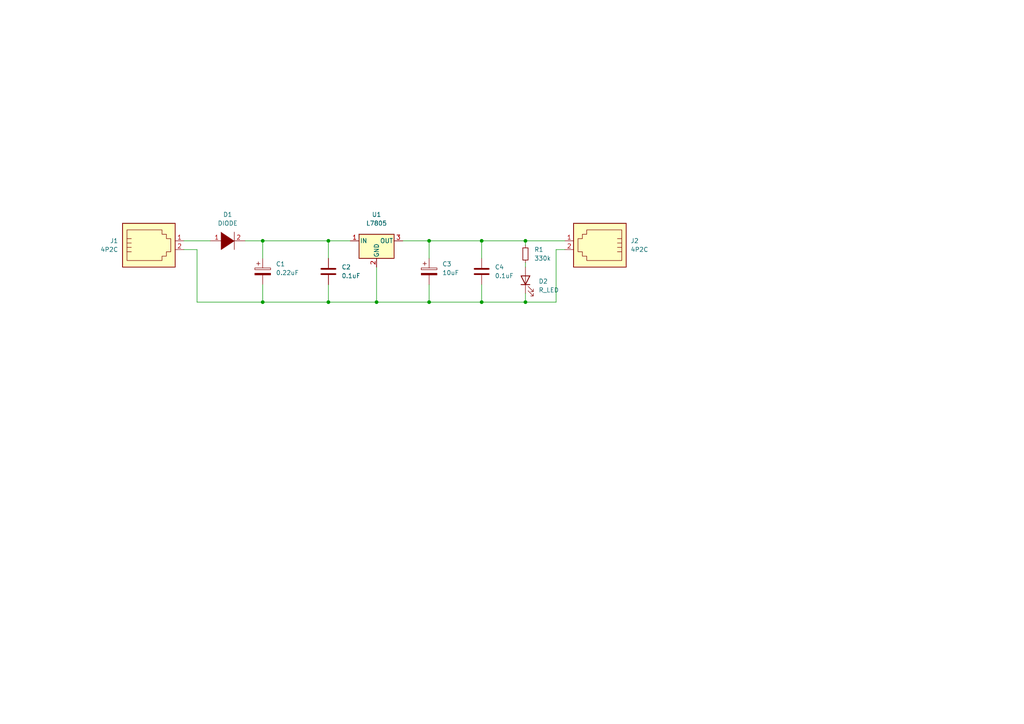
<source format=kicad_sch>
(kicad_sch (version 20211123) (generator eeschema)

  (uuid 9538e4ed-27e6-4c37-b989-9859dc0d49e8)

  (paper "A4")

  (lib_symbols
    (symbol "Connector:4P2C" (pin_names (offset 1.016)) (in_bom yes) (on_board yes)
      (property "Reference" "J" (id 0) (at -5.08 8.89 0)
        (effects (font (size 1.27 1.27)) (justify right))
      )
      (property "Value" "4P2C" (id 1) (at 2.54 8.89 0)
        (effects (font (size 1.27 1.27)) (justify left))
      )
      (property "Footprint" "" (id 2) (at 0 1.27 90)
        (effects (font (size 1.27 1.27)) hide)
      )
      (property "Datasheet" "~" (id 3) (at 0 1.27 90)
        (effects (font (size 1.27 1.27)) hide)
      )
      (property "ki_keywords" "4P2C RJ female connector" (id 4) (at 0 0 0)
        (effects (font (size 1.27 1.27)) hide)
      )
      (property "ki_description" "RJ connector, 4P2C (4 positions 2 connected)" (id 5) (at 0 0 0)
        (effects (font (size 1.27 1.27)) hide)
      )
      (property "ki_fp_filters" "4P2C*" (id 6) (at 0 0 0)
        (effects (font (size 1.27 1.27)) hide)
      )
      (symbol "4P2C_0_1"
        (polyline
          (pts
            (xy -6.35 -0.635)
            (xy -5.08 -0.635)
            (xy -5.08 -0.635)
          )
          (stroke (width 0) (type default) (color 0 0 0 0))
          (fill (type none))
        )
        (polyline
          (pts
            (xy -6.35 0.635)
            (xy -5.08 0.635)
            (xy -5.08 0.635)
          )
          (stroke (width 0) (type default) (color 0 0 0 0))
          (fill (type none))
        )
        (polyline
          (pts
            (xy -6.35 1.905)
            (xy -5.08 1.905)
            (xy -5.08 1.905)
          )
          (stroke (width 0) (type default) (color 0 0 0 0))
          (fill (type none))
        )
        (polyline
          (pts
            (xy -6.35 3.175)
            (xy -5.08 3.175)
            (xy -5.08 3.175)
          )
          (stroke (width 0) (type default) (color 0 0 0 0))
          (fill (type none))
        )
        (polyline
          (pts
            (xy -6.35 -3.175)
            (xy -6.35 5.715)
            (xy -1.27 5.715)
            (xy 3.81 5.715)
            (xy 3.81 4.445)
            (xy 5.08 4.445)
            (xy 5.08 3.175)
            (xy 6.35 3.175)
            (xy 6.35 -0.635)
            (xy 5.08 -0.635)
            (xy 5.08 -1.905)
            (xy 3.81 -1.905)
            (xy 3.81 -3.175)
            (xy -6.35 -3.175)
            (xy -6.35 -3.175)
          )
          (stroke (width 0) (type default) (color 0 0 0 0))
          (fill (type none))
        )
        (rectangle (start 7.62 7.62) (end -7.62 -5.08)
          (stroke (width 0.254) (type default) (color 0 0 0 0))
          (fill (type background))
        )
      )
      (symbol "4P2C_1_1"
        (pin passive line (at 10.16 0 180) (length 2.54)
          (name "~" (effects (font (size 1.27 1.27))))
          (number "1" (effects (font (size 1.27 1.27))))
        )
        (pin passive line (at 10.16 2.54 180) (length 2.54)
          (name "~" (effects (font (size 1.27 1.27))))
          (number "2" (effects (font (size 1.27 1.27))))
        )
      )
    )
    (symbol "Device:C" (pin_numbers hide) (pin_names (offset 0.254)) (in_bom yes) (on_board yes)
      (property "Reference" "C" (id 0) (at 0.635 2.54 0)
        (effects (font (size 1.27 1.27)) (justify left))
      )
      (property "Value" "C" (id 1) (at 0.635 -2.54 0)
        (effects (font (size 1.27 1.27)) (justify left))
      )
      (property "Footprint" "" (id 2) (at 0.9652 -3.81 0)
        (effects (font (size 1.27 1.27)) hide)
      )
      (property "Datasheet" "~" (id 3) (at 0 0 0)
        (effects (font (size 1.27 1.27)) hide)
      )
      (property "ki_keywords" "cap capacitor" (id 4) (at 0 0 0)
        (effects (font (size 1.27 1.27)) hide)
      )
      (property "ki_description" "Unpolarized capacitor" (id 5) (at 0 0 0)
        (effects (font (size 1.27 1.27)) hide)
      )
      (property "ki_fp_filters" "C_*" (id 6) (at 0 0 0)
        (effects (font (size 1.27 1.27)) hide)
      )
      (symbol "C_0_1"
        (polyline
          (pts
            (xy -2.032 -0.762)
            (xy 2.032 -0.762)
          )
          (stroke (width 0.508) (type default) (color 0 0 0 0))
          (fill (type none))
        )
        (polyline
          (pts
            (xy -2.032 0.762)
            (xy 2.032 0.762)
          )
          (stroke (width 0.508) (type default) (color 0 0 0 0))
          (fill (type none))
        )
      )
      (symbol "C_1_1"
        (pin passive line (at 0 3.81 270) (length 2.794)
          (name "~" (effects (font (size 1.27 1.27))))
          (number "1" (effects (font (size 1.27 1.27))))
        )
        (pin passive line (at 0 -3.81 90) (length 2.794)
          (name "~" (effects (font (size 1.27 1.27))))
          (number "2" (effects (font (size 1.27 1.27))))
        )
      )
    )
    (symbol "Device:C_Polarized" (pin_numbers hide) (pin_names (offset 0.254)) (in_bom yes) (on_board yes)
      (property "Reference" "C" (id 0) (at 0.635 2.54 0)
        (effects (font (size 1.27 1.27)) (justify left))
      )
      (property "Value" "C_Polarized" (id 1) (at 0.635 -2.54 0)
        (effects (font (size 1.27 1.27)) (justify left))
      )
      (property "Footprint" "" (id 2) (at 0.9652 -3.81 0)
        (effects (font (size 1.27 1.27)) hide)
      )
      (property "Datasheet" "~" (id 3) (at 0 0 0)
        (effects (font (size 1.27 1.27)) hide)
      )
      (property "ki_keywords" "cap capacitor" (id 4) (at 0 0 0)
        (effects (font (size 1.27 1.27)) hide)
      )
      (property "ki_description" "Polarized capacitor" (id 5) (at 0 0 0)
        (effects (font (size 1.27 1.27)) hide)
      )
      (property "ki_fp_filters" "CP_*" (id 6) (at 0 0 0)
        (effects (font (size 1.27 1.27)) hide)
      )
      (symbol "C_Polarized_0_1"
        (rectangle (start -2.286 0.508) (end 2.286 1.016)
          (stroke (width 0) (type default) (color 0 0 0 0))
          (fill (type none))
        )
        (polyline
          (pts
            (xy -1.778 2.286)
            (xy -0.762 2.286)
          )
          (stroke (width 0) (type default) (color 0 0 0 0))
          (fill (type none))
        )
        (polyline
          (pts
            (xy -1.27 2.794)
            (xy -1.27 1.778)
          )
          (stroke (width 0) (type default) (color 0 0 0 0))
          (fill (type none))
        )
        (rectangle (start 2.286 -0.508) (end -2.286 -1.016)
          (stroke (width 0) (type default) (color 0 0 0 0))
          (fill (type outline))
        )
      )
      (symbol "C_Polarized_1_1"
        (pin passive line (at 0 3.81 270) (length 2.794)
          (name "~" (effects (font (size 1.27 1.27))))
          (number "1" (effects (font (size 1.27 1.27))))
        )
        (pin passive line (at 0 -3.81 90) (length 2.794)
          (name "~" (effects (font (size 1.27 1.27))))
          (number "2" (effects (font (size 1.27 1.27))))
        )
      )
    )
    (symbol "Device:LED" (pin_numbers hide) (pin_names (offset 1.016) hide) (in_bom yes) (on_board yes)
      (property "Reference" "D" (id 0) (at 0 2.54 0)
        (effects (font (size 1.27 1.27)))
      )
      (property "Value" "LED" (id 1) (at 0 -2.54 0)
        (effects (font (size 1.27 1.27)))
      )
      (property "Footprint" "" (id 2) (at 0 0 0)
        (effects (font (size 1.27 1.27)) hide)
      )
      (property "Datasheet" "~" (id 3) (at 0 0 0)
        (effects (font (size 1.27 1.27)) hide)
      )
      (property "ki_keywords" "LED diode" (id 4) (at 0 0 0)
        (effects (font (size 1.27 1.27)) hide)
      )
      (property "ki_description" "Light emitting diode" (id 5) (at 0 0 0)
        (effects (font (size 1.27 1.27)) hide)
      )
      (property "ki_fp_filters" "LED* LED_SMD:* LED_THT:*" (id 6) (at 0 0 0)
        (effects (font (size 1.27 1.27)) hide)
      )
      (symbol "LED_0_1"
        (polyline
          (pts
            (xy -1.27 -1.27)
            (xy -1.27 1.27)
          )
          (stroke (width 0.254) (type default) (color 0 0 0 0))
          (fill (type none))
        )
        (polyline
          (pts
            (xy -1.27 0)
            (xy 1.27 0)
          )
          (stroke (width 0) (type default) (color 0 0 0 0))
          (fill (type none))
        )
        (polyline
          (pts
            (xy 1.27 -1.27)
            (xy 1.27 1.27)
            (xy -1.27 0)
            (xy 1.27 -1.27)
          )
          (stroke (width 0.254) (type default) (color 0 0 0 0))
          (fill (type none))
        )
        (polyline
          (pts
            (xy -3.048 -0.762)
            (xy -4.572 -2.286)
            (xy -3.81 -2.286)
            (xy -4.572 -2.286)
            (xy -4.572 -1.524)
          )
          (stroke (width 0) (type default) (color 0 0 0 0))
          (fill (type none))
        )
        (polyline
          (pts
            (xy -1.778 -0.762)
            (xy -3.302 -2.286)
            (xy -2.54 -2.286)
            (xy -3.302 -2.286)
            (xy -3.302 -1.524)
          )
          (stroke (width 0) (type default) (color 0 0 0 0))
          (fill (type none))
        )
      )
      (symbol "LED_1_1"
        (pin passive line (at -3.81 0 0) (length 2.54)
          (name "K" (effects (font (size 1.27 1.27))))
          (number "1" (effects (font (size 1.27 1.27))))
        )
        (pin passive line (at 3.81 0 180) (length 2.54)
          (name "A" (effects (font (size 1.27 1.27))))
          (number "2" (effects (font (size 1.27 1.27))))
        )
      )
    )
    (symbol "Device:R_Small" (pin_numbers hide) (pin_names (offset 0.254) hide) (in_bom yes) (on_board yes)
      (property "Reference" "R" (id 0) (at 0.762 0.508 0)
        (effects (font (size 1.27 1.27)) (justify left))
      )
      (property "Value" "R_Small" (id 1) (at 0.762 -1.016 0)
        (effects (font (size 1.27 1.27)) (justify left))
      )
      (property "Footprint" "" (id 2) (at 0 0 0)
        (effects (font (size 1.27 1.27)) hide)
      )
      (property "Datasheet" "~" (id 3) (at 0 0 0)
        (effects (font (size 1.27 1.27)) hide)
      )
      (property "ki_keywords" "R resistor" (id 4) (at 0 0 0)
        (effects (font (size 1.27 1.27)) hide)
      )
      (property "ki_description" "Resistor, small symbol" (id 5) (at 0 0 0)
        (effects (font (size 1.27 1.27)) hide)
      )
      (property "ki_fp_filters" "R_*" (id 6) (at 0 0 0)
        (effects (font (size 1.27 1.27)) hide)
      )
      (symbol "R_Small_0_1"
        (rectangle (start -0.762 1.778) (end 0.762 -1.778)
          (stroke (width 0.2032) (type default) (color 0 0 0 0))
          (fill (type none))
        )
      )
      (symbol "R_Small_1_1"
        (pin passive line (at 0 2.54 270) (length 0.762)
          (name "~" (effects (font (size 1.27 1.27))))
          (number "1" (effects (font (size 1.27 1.27))))
        )
        (pin passive line (at 0 -2.54 90) (length 0.762)
          (name "~" (effects (font (size 1.27 1.27))))
          (number "2" (effects (font (size 1.27 1.27))))
        )
      )
    )
    (symbol "Regulator_Linear:L7805" (pin_names (offset 0.254)) (in_bom yes) (on_board yes)
      (property "Reference" "U" (id 0) (at -3.81 3.175 0)
        (effects (font (size 1.27 1.27)))
      )
      (property "Value" "L7805" (id 1) (at 0 3.175 0)
        (effects (font (size 1.27 1.27)) (justify left))
      )
      (property "Footprint" "" (id 2) (at 0.635 -3.81 0)
        (effects (font (size 1.27 1.27) italic) (justify left) hide)
      )
      (property "Datasheet" "http://www.st.com/content/ccc/resource/technical/document/datasheet/41/4f/b3/b0/12/d4/47/88/CD00000444.pdf/files/CD00000444.pdf/jcr:content/translations/en.CD00000444.pdf" (id 3) (at 0 -1.27 0)
        (effects (font (size 1.27 1.27)) hide)
      )
      (property "ki_keywords" "Voltage Regulator 1.5A Positive" (id 4) (at 0 0 0)
        (effects (font (size 1.27 1.27)) hide)
      )
      (property "ki_description" "Positive 1.5A 35V Linear Regulator, Fixed Output 5V, TO-220/TO-263/TO-252" (id 5) (at 0 0 0)
        (effects (font (size 1.27 1.27)) hide)
      )
      (property "ki_fp_filters" "TO?252* TO?263* TO?220*" (id 6) (at 0 0 0)
        (effects (font (size 1.27 1.27)) hide)
      )
      (symbol "L7805_0_1"
        (rectangle (start -5.08 1.905) (end 5.08 -5.08)
          (stroke (width 0.254) (type default) (color 0 0 0 0))
          (fill (type background))
        )
      )
      (symbol "L7805_1_1"
        (pin power_in line (at -7.62 0 0) (length 2.54)
          (name "IN" (effects (font (size 1.27 1.27))))
          (number "1" (effects (font (size 1.27 1.27))))
        )
        (pin power_in line (at 0 -7.62 90) (length 2.54)
          (name "GND" (effects (font (size 1.27 1.27))))
          (number "2" (effects (font (size 1.27 1.27))))
        )
        (pin power_out line (at 7.62 0 180) (length 2.54)
          (name "OUT" (effects (font (size 1.27 1.27))))
          (number "3" (effects (font (size 1.27 1.27))))
        )
      )
    )
    (symbol "pspice:DIODE" (pin_names (offset 1.016) hide) (in_bom yes) (on_board yes)
      (property "Reference" "D" (id 0) (at 0 3.81 0)
        (effects (font (size 1.27 1.27)))
      )
      (property "Value" "DIODE" (id 1) (at 0 -4.445 0)
        (effects (font (size 1.27 1.27)))
      )
      (property "Footprint" "" (id 2) (at 0 0 0)
        (effects (font (size 1.27 1.27)) hide)
      )
      (property "Datasheet" "~" (id 3) (at 0 0 0)
        (effects (font (size 1.27 1.27)) hide)
      )
      (property "ki_keywords" "simulation" (id 4) (at 0 0 0)
        (effects (font (size 1.27 1.27)) hide)
      )
      (property "ki_description" "Diode symbol for simulation only. Pin order incompatible with official kicad footprints" (id 5) (at 0 0 0)
        (effects (font (size 1.27 1.27)) hide)
      )
      (symbol "DIODE_0_1"
        (polyline
          (pts
            (xy 1.905 2.54)
            (xy 1.905 -2.54)
          )
          (stroke (width 0) (type default) (color 0 0 0 0))
          (fill (type none))
        )
        (polyline
          (pts
            (xy -1.905 2.54)
            (xy -1.905 -2.54)
            (xy 1.905 0)
          )
          (stroke (width 0) (type default) (color 0 0 0 0))
          (fill (type outline))
        )
      )
      (symbol "DIODE_1_1"
        (pin input line (at -5.08 0 0) (length 3.81)
          (name "K" (effects (font (size 1.27 1.27))))
          (number "1" (effects (font (size 1.27 1.27))))
        )
        (pin input line (at 5.08 0 180) (length 3.81)
          (name "A" (effects (font (size 1.27 1.27))))
          (number "2" (effects (font (size 1.27 1.27))))
        )
      )
    )
  )


  (junction (at 152.4 69.85) (diameter 0) (color 0 0 0 0)
    (uuid 09ef1cf2-aef3-4764-815c-9dad48eca51b)
  )
  (junction (at 139.7 69.85) (diameter 0) (color 0 0 0 0)
    (uuid 3055ab53-a1a0-4ede-a19e-5aded8c4a871)
  )
  (junction (at 152.4 87.63) (diameter 0) (color 0 0 0 0)
    (uuid 38df4100-6cce-4b96-b48a-1dd8e13ec0c1)
  )
  (junction (at 139.7 87.63) (diameter 0) (color 0 0 0 0)
    (uuid 403d2f28-9200-4283-b2a5-136324f2ca75)
  )
  (junction (at 95.25 69.85) (diameter 0) (color 0 0 0 0)
    (uuid 6edf5a27-15f7-4d99-b435-af71c5eefc74)
  )
  (junction (at 124.46 69.85) (diameter 0) (color 0 0 0 0)
    (uuid 7a334b40-7485-4302-b898-a8c9efb2c85a)
  )
  (junction (at 76.2 69.85) (diameter 0) (color 0 0 0 0)
    (uuid 8a3738ee-2df5-4e2a-9031-a6168cf8de67)
  )
  (junction (at 124.46 87.63) (diameter 0) (color 0 0 0 0)
    (uuid c61dbd87-ce74-43a1-a033-ee404ee98292)
  )
  (junction (at 76.2 87.63) (diameter 0) (color 0 0 0 0)
    (uuid c8a1d3e0-dd78-48e2-a020-a01e8a58117a)
  )
  (junction (at 95.25 87.63) (diameter 0) (color 0 0 0 0)
    (uuid edbee8de-afe7-4094-a131-32a9419d6fbc)
  )
  (junction (at 109.22 87.63) (diameter 0) (color 0 0 0 0)
    (uuid f5e7512e-c3f4-492c-be81-a05060bca8cc)
  )

  (wire (pts (xy 109.22 87.63) (xy 124.46 87.63))
    (stroke (width 0) (type default) (color 0 0 0 0))
    (uuid 05f21f5e-b399-419e-be75-e766f0d47db5)
  )
  (wire (pts (xy 152.4 69.85) (xy 163.83 69.85))
    (stroke (width 0) (type default) (color 0 0 0 0))
    (uuid 09972043-71fd-4578-a353-6c9953d3e546)
  )
  (wire (pts (xy 152.4 87.63) (xy 139.7 87.63))
    (stroke (width 0) (type default) (color 0 0 0 0))
    (uuid 0c1a5ae2-7319-4f6b-91d8-216eb4d5219d)
  )
  (wire (pts (xy 76.2 69.85) (xy 95.25 69.85))
    (stroke (width 0) (type default) (color 0 0 0 0))
    (uuid 0c83f5b2-bb79-44dc-a823-b8e58623a019)
  )
  (wire (pts (xy 161.29 72.39) (xy 163.83 72.39))
    (stroke (width 0) (type default) (color 0 0 0 0))
    (uuid 181f86a3-94c9-4b31-bdb3-b63647d47765)
  )
  (wire (pts (xy 76.2 82.55) (xy 76.2 87.63))
    (stroke (width 0) (type default) (color 0 0 0 0))
    (uuid 20f9bef3-1a7f-49fc-a60b-68e846d031ce)
  )
  (wire (pts (xy 139.7 69.85) (xy 139.7 74.93))
    (stroke (width 0) (type default) (color 0 0 0 0))
    (uuid 258ccfb3-c183-4cfa-8a46-3d5bef5445a7)
  )
  (wire (pts (xy 57.15 72.39) (xy 57.15 87.63))
    (stroke (width 0) (type default) (color 0 0 0 0))
    (uuid 2e95dd9d-dad7-4ab5-a4f1-6c2d4ec144dd)
  )
  (wire (pts (xy 71.12 69.85) (xy 76.2 69.85))
    (stroke (width 0) (type default) (color 0 0 0 0))
    (uuid 33edea79-7700-4b71-a19d-000ebf564268)
  )
  (wire (pts (xy 76.2 74.93) (xy 76.2 69.85))
    (stroke (width 0) (type default) (color 0 0 0 0))
    (uuid 448cad96-0ba2-4215-b3e0-1ec4b103d4bd)
  )
  (wire (pts (xy 95.25 69.85) (xy 101.6 69.85))
    (stroke (width 0) (type default) (color 0 0 0 0))
    (uuid 4798d780-e976-4be5-825e-50b6712a8f78)
  )
  (wire (pts (xy 139.7 69.85) (xy 152.4 69.85))
    (stroke (width 0) (type default) (color 0 0 0 0))
    (uuid 48afa057-bc0f-4cc2-8482-c191e257c4d5)
  )
  (wire (pts (xy 152.4 85.09) (xy 152.4 87.63))
    (stroke (width 0) (type default) (color 0 0 0 0))
    (uuid 4f103727-dc76-45df-8caa-68d721d627d6)
  )
  (wire (pts (xy 161.29 72.39) (xy 161.29 87.63))
    (stroke (width 0) (type default) (color 0 0 0 0))
    (uuid 53545b2e-43db-42c7-ab5e-ad582d5ba54d)
  )
  (wire (pts (xy 152.4 69.85) (xy 152.4 71.12))
    (stroke (width 0) (type default) (color 0 0 0 0))
    (uuid 5b76c219-062d-457a-b6e0-b96e7b1ee2f3)
  )
  (wire (pts (xy 116.84 69.85) (xy 124.46 69.85))
    (stroke (width 0) (type default) (color 0 0 0 0))
    (uuid 70835fb0-9edc-449e-bce1-8e681449f320)
  )
  (wire (pts (xy 95.25 87.63) (xy 109.22 87.63))
    (stroke (width 0) (type default) (color 0 0 0 0))
    (uuid 72e94f40-1a5b-4716-a488-2d3ccd8179c2)
  )
  (wire (pts (xy 124.46 69.85) (xy 124.46 74.93))
    (stroke (width 0) (type default) (color 0 0 0 0))
    (uuid 7709dab7-f281-40b5-b497-a7ec3d0c8747)
  )
  (wire (pts (xy 57.15 87.63) (xy 76.2 87.63))
    (stroke (width 0) (type default) (color 0 0 0 0))
    (uuid 7b9740d2-82c8-48e4-a46b-0d870f5f8c8d)
  )
  (wire (pts (xy 95.25 69.85) (xy 95.25 74.93))
    (stroke (width 0) (type default) (color 0 0 0 0))
    (uuid 8bb9d6a7-e268-4fc1-b5a1-0d1a2fe67d6f)
  )
  (wire (pts (xy 109.22 77.47) (xy 109.22 87.63))
    (stroke (width 0) (type default) (color 0 0 0 0))
    (uuid 8ea73308-b025-4cd4-a1db-edc6e2f2fa8d)
  )
  (wire (pts (xy 152.4 76.2) (xy 152.4 77.47))
    (stroke (width 0) (type default) (color 0 0 0 0))
    (uuid 8f2d721c-7f36-4782-9e2a-3c857fb602b2)
  )
  (wire (pts (xy 124.46 82.55) (xy 124.46 87.63))
    (stroke (width 0) (type default) (color 0 0 0 0))
    (uuid 95e935ff-c108-477f-9102-7035249a5aa0)
  )
  (wire (pts (xy 53.34 69.85) (xy 60.96 69.85))
    (stroke (width 0) (type default) (color 0 0 0 0))
    (uuid 977550df-05d4-407e-b220-36c5a6aaa533)
  )
  (wire (pts (xy 76.2 87.63) (xy 95.25 87.63))
    (stroke (width 0) (type default) (color 0 0 0 0))
    (uuid a790d725-4d13-41e9-a301-d4ef1663ccd0)
  )
  (wire (pts (xy 95.25 82.55) (xy 95.25 87.63))
    (stroke (width 0) (type default) (color 0 0 0 0))
    (uuid a9db7d04-ea06-42ff-97b0-d19218772c01)
  )
  (wire (pts (xy 139.7 82.55) (xy 139.7 87.63))
    (stroke (width 0) (type default) (color 0 0 0 0))
    (uuid aa6c7817-ab9a-4fa3-9dff-126c7920d3bf)
  )
  (wire (pts (xy 53.34 72.39) (xy 57.15 72.39))
    (stroke (width 0) (type default) (color 0 0 0 0))
    (uuid aa810edd-08b3-4daf-b7ea-78f28e7de599)
  )
  (wire (pts (xy 124.46 69.85) (xy 139.7 69.85))
    (stroke (width 0) (type default) (color 0 0 0 0))
    (uuid b40c1131-3a4a-42a8-9610-e22c6e4c2517)
  )
  (wire (pts (xy 161.29 87.63) (xy 152.4 87.63))
    (stroke (width 0) (type default) (color 0 0 0 0))
    (uuid c1711a4e-f349-4d6f-bde1-e309d1ce1125)
  )
  (wire (pts (xy 139.7 87.63) (xy 124.46 87.63))
    (stroke (width 0) (type default) (color 0 0 0 0))
    (uuid cbe78f89-fb1c-4467-b45f-8c45403faa92)
  )

  (symbol (lib_id "Device:LED") (at 152.4 81.28 90) (unit 1)
    (in_bom yes) (on_board yes) (fields_autoplaced)
    (uuid 091a6ee5-0475-4dd0-859d-a16ebf809f2d)
    (property "Reference" "D2" (id 0) (at 156.21 81.5974 90)
      (effects (font (size 1.27 1.27)) (justify right))
    )
    (property "Value" "" (id 1) (at 156.21 84.1374 90)
      (effects (font (size 1.27 1.27)) (justify right))
    )
    (property "Footprint" "" (id 2) (at 152.4 81.28 0)
      (effects (font (size 1.27 1.27)) hide)
    )
    (property "Datasheet" "~" (id 3) (at 152.4 81.28 0)
      (effects (font (size 1.27 1.27)) hide)
    )
    (pin "1" (uuid f5134fb5-9dd5-43c7-8225-d7e8cd33d3d8))
    (pin "2" (uuid 31965309-4ec5-4096-b65d-6bbb786c6883))
  )

  (symbol (lib_id "Device:R_Small") (at 152.4 73.66 0) (unit 1)
    (in_bom yes) (on_board yes) (fields_autoplaced)
    (uuid 2be72068-9e9b-4692-bd39-1cf9d58b37ee)
    (property "Reference" "R1" (id 0) (at 154.94 72.3899 0)
      (effects (font (size 1.27 1.27)) (justify left))
    )
    (property "Value" "" (id 1) (at 154.94 74.9299 0)
      (effects (font (size 1.27 1.27)) (justify left))
    )
    (property "Footprint" "" (id 2) (at 152.4 73.66 0)
      (effects (font (size 1.27 1.27)) hide)
    )
    (property "Datasheet" "~" (id 3) (at 152.4 73.66 0)
      (effects (font (size 1.27 1.27)) hide)
    )
    (pin "1" (uuid 721754b9-bb0a-4a25-8cd1-52fe48fc2272))
    (pin "2" (uuid 201a25d5-f272-40ea-a393-06a437adb14e))
  )

  (symbol (lib_id "Device:C_Polarized") (at 124.46 78.74 0) (unit 1)
    (in_bom yes) (on_board yes) (fields_autoplaced)
    (uuid 45b9025f-40dd-446c-9251-eb3607401bdb)
    (property "Reference" "C3" (id 0) (at 128.27 76.5809 0)
      (effects (font (size 1.27 1.27)) (justify left))
    )
    (property "Value" "" (id 1) (at 128.27 79.1209 0)
      (effects (font (size 1.27 1.27)) (justify left))
    )
    (property "Footprint" "" (id 2) (at 125.4252 82.55 0)
      (effects (font (size 1.27 1.27)) hide)
    )
    (property "Datasheet" "~" (id 3) (at 124.46 78.74 0)
      (effects (font (size 1.27 1.27)) hide)
    )
    (pin "1" (uuid b491e5a5-08af-42fb-afab-1ec385509b54))
    (pin "2" (uuid 41ba1e3b-1ed6-4786-8b44-dcbdc5d16f8c))
  )

  (symbol (lib_id "Connector:4P2C") (at 43.18 69.85 0) (mirror x) (unit 1)
    (in_bom yes) (on_board yes) (fields_autoplaced)
    (uuid 7414fc1d-845c-466a-94e7-113c3317299d)
    (property "Reference" "J1" (id 0) (at 34.29 69.8499 0)
      (effects (font (size 1.27 1.27)) (justify right))
    )
    (property "Value" "" (id 1) (at 34.29 72.3899 0)
      (effects (font (size 1.27 1.27)) (justify right))
    )
    (property "Footprint" "" (id 2) (at 43.18 71.12 90)
      (effects (font (size 1.27 1.27)) hide)
    )
    (property "Datasheet" "~" (id 3) (at 43.18 71.12 90)
      (effects (font (size 1.27 1.27)) hide)
    )
    (pin "1" (uuid 37cff2c4-20f4-4b50-9b43-7122d096e105))
    (pin "2" (uuid 50d55c19-c9e0-4949-befb-71b355502d30))
  )

  (symbol (lib_id "Device:C") (at 139.7 78.74 0) (unit 1)
    (in_bom yes) (on_board yes) (fields_autoplaced)
    (uuid bbdda3c9-521e-47e5-8852-aa1f38cf4efb)
    (property "Reference" "C4" (id 0) (at 143.51 77.4699 0)
      (effects (font (size 1.27 1.27)) (justify left))
    )
    (property "Value" "" (id 1) (at 143.51 80.0099 0)
      (effects (font (size 1.27 1.27)) (justify left))
    )
    (property "Footprint" "" (id 2) (at 140.6652 82.55 0)
      (effects (font (size 1.27 1.27)) hide)
    )
    (property "Datasheet" "~" (id 3) (at 139.7 78.74 0)
      (effects (font (size 1.27 1.27)) hide)
    )
    (pin "1" (uuid 67c8db46-71e9-4601-9b53-e23d7841a4d3))
    (pin "2" (uuid 241a9dce-8fa3-4c13-899d-8fdcd0c723f7))
  )

  (symbol (lib_id "Connector:4P2C") (at 173.99 69.85 180) (unit 1)
    (in_bom yes) (on_board yes) (fields_autoplaced)
    (uuid bda376e3-54b1-4d9a-9c34-da35e77928a6)
    (property "Reference" "J2" (id 0) (at 182.88 69.8499 0)
      (effects (font (size 1.27 1.27)) (justify right))
    )
    (property "Value" "" (id 1) (at 182.88 72.3899 0)
      (effects (font (size 1.27 1.27)) (justify right))
    )
    (property "Footprint" "" (id 2) (at 173.99 71.12 90)
      (effects (font (size 1.27 1.27)) hide)
    )
    (property "Datasheet" "~" (id 3) (at 173.99 71.12 90)
      (effects (font (size 1.27 1.27)) hide)
    )
    (pin "1" (uuid ccaa2516-6620-4f27-bca0-795e3557d3a8))
    (pin "2" (uuid d26b8550-fa87-4597-be5e-6d3eb8641be7))
  )

  (symbol (lib_id "Device:C") (at 95.25 78.74 0) (unit 1)
    (in_bom yes) (on_board yes) (fields_autoplaced)
    (uuid f3b4066b-ed7e-4fdc-a43d-194240c1a170)
    (property "Reference" "C2" (id 0) (at 99.06 77.4699 0)
      (effects (font (size 1.27 1.27)) (justify left))
    )
    (property "Value" "" (id 1) (at 99.06 80.0099 0)
      (effects (font (size 1.27 1.27)) (justify left))
    )
    (property "Footprint" "" (id 2) (at 96.2152 82.55 0)
      (effects (font (size 1.27 1.27)) hide)
    )
    (property "Datasheet" "~" (id 3) (at 95.25 78.74 0)
      (effects (font (size 1.27 1.27)) hide)
    )
    (pin "1" (uuid 2e53f2b1-609f-4406-a7e7-541eddbad995))
    (pin "2" (uuid b8062ae9-c613-4028-992f-a3efc46c838a))
  )

  (symbol (lib_id "pspice:DIODE") (at 66.04 69.85 0) (unit 1)
    (in_bom yes) (on_board yes) (fields_autoplaced)
    (uuid f4ea8ff9-746f-4367-aeaf-d37b72f86f4e)
    (property "Reference" "D1" (id 0) (at 66.04 62.23 0))
    (property "Value" "" (id 1) (at 66.04 64.77 0))
    (property "Footprint" "" (id 2) (at 66.04 69.85 0)
      (effects (font (size 1.27 1.27)) hide)
    )
    (property "Datasheet" "~" (id 3) (at 66.04 69.85 0)
      (effects (font (size 1.27 1.27)) hide)
    )
    (pin "1" (uuid eb90e1d2-ab09-421d-9a4c-5ca9de0ec848))
    (pin "2" (uuid 1e8fa04d-f88f-4e1d-b30b-1f58c5d366f8))
  )

  (symbol (lib_id "Device:C_Polarized") (at 76.2 78.74 0) (unit 1)
    (in_bom yes) (on_board yes) (fields_autoplaced)
    (uuid fe647537-2605-4d2f-a903-464b9dcdcc0d)
    (property "Reference" "C1" (id 0) (at 80.01 76.5809 0)
      (effects (font (size 1.27 1.27)) (justify left))
    )
    (property "Value" "" (id 1) (at 80.01 79.1209 0)
      (effects (font (size 1.27 1.27)) (justify left))
    )
    (property "Footprint" "" (id 2) (at 77.1652 82.55 0)
      (effects (font (size 1.27 1.27)) hide)
    )
    (property "Datasheet" "~" (id 3) (at 76.2 78.74 0)
      (effects (font (size 1.27 1.27)) hide)
    )
    (pin "1" (uuid 74dda292-1a6a-412c-b97a-464d8ab818cf))
    (pin "2" (uuid 0577c14e-2a48-4266-b611-ad9a9e537b1a))
  )

  (symbol (lib_id "Regulator_Linear:L7805") (at 109.22 69.85 0) (unit 1)
    (in_bom yes) (on_board yes) (fields_autoplaced)
    (uuid fe85b75a-1398-4bdc-8339-2e77465989f3)
    (property "Reference" "U1" (id 0) (at 109.22 62.23 0))
    (property "Value" "" (id 1) (at 109.22 64.77 0))
    (property "Footprint" "" (id 2) (at 109.855 73.66 0)
      (effects (font (size 1.27 1.27) italic) (justify left) hide)
    )
    (property "Datasheet" "http://www.st.com/content/ccc/resource/technical/document/datasheet/41/4f/b3/b0/12/d4/47/88/CD00000444.pdf/files/CD00000444.pdf/jcr:content/translations/en.CD00000444.pdf" (id 3) (at 109.22 71.12 0)
      (effects (font (size 1.27 1.27)) hide)
    )
    (pin "1" (uuid be2641ac-0c14-405e-80e1-04799265c7fa))
    (pin "2" (uuid d0b57197-12cc-4c51-81c9-fd584c3bc04d))
    (pin "3" (uuid adee5ab8-16c5-4cd6-a400-042f38ed3ca3))
  )

  (sheet_instances
    (path "/" (page "1"))
  )

  (symbol_instances
    (path "/fe647537-2605-4d2f-a903-464b9dcdcc0d"
      (reference "C1") (unit 1) (value "0.22uF") (footprint "Capacitor_THT:CP_Radial_D7.5mm_P2.50mm")
    )
    (path "/f3b4066b-ed7e-4fdc-a43d-194240c1a170"
      (reference "C2") (unit 1) (value "0.1uF") (footprint "Capacitor_THT:CP_Radial_Tantal_D5.0mm_P2.50mm")
    )
    (path "/45b9025f-40dd-446c-9251-eb3607401bdb"
      (reference "C3") (unit 1) (value "10uF") (footprint "Capacitor_THT:CP_Radial_D7.5mm_P2.50mm")
    )
    (path "/bbdda3c9-521e-47e5-8852-aa1f38cf4efb"
      (reference "C4") (unit 1) (value "0.1uF") (footprint "Capacitor_THT:CP_Radial_Tantal_D5.0mm_P2.50mm")
    )
    (path "/f4ea8ff9-746f-4367-aeaf-d37b72f86f4e"
      (reference "D1") (unit 1) (value "DIODE") (footprint "Diode_THT:D_A-405_P7.62mm_Horizontal")
    )
    (path "/091a6ee5-0475-4dd0-859d-a16ebf809f2d"
      (reference "D2") (unit 1) (value "R_LED") (footprint "LED_THT:LED_D4.0mm")
    )
    (path "/7414fc1d-845c-466a-94e7-113c3317299d"
      (reference "J1") (unit 1) (value "4P2C") (footprint "Connector_PinSocket_2.00mm:PinSocket_1x02_P2.00mm_Vertical")
    )
    (path "/bda376e3-54b1-4d9a-9c34-da35e77928a6"
      (reference "J2") (unit 1) (value "4P2C") (footprint "Connector_PinSocket_2.00mm:PinSocket_1x02_P2.00mm_Vertical")
    )
    (path "/2be72068-9e9b-4692-bd39-1cf9d58b37ee"
      (reference "R1") (unit 1) (value "330k") (footprint "Resistor_THT:R_Axial_DIN0411_L9.9mm_D3.6mm_P12.70mm_Horizontal")
    )
    (path "/fe85b75a-1398-4bdc-8339-2e77465989f3"
      (reference "U1") (unit 1) (value "L7805") (footprint "Package_TO_SOT_THT:TO-220-3_Vertical")
    )
  )
)

</source>
